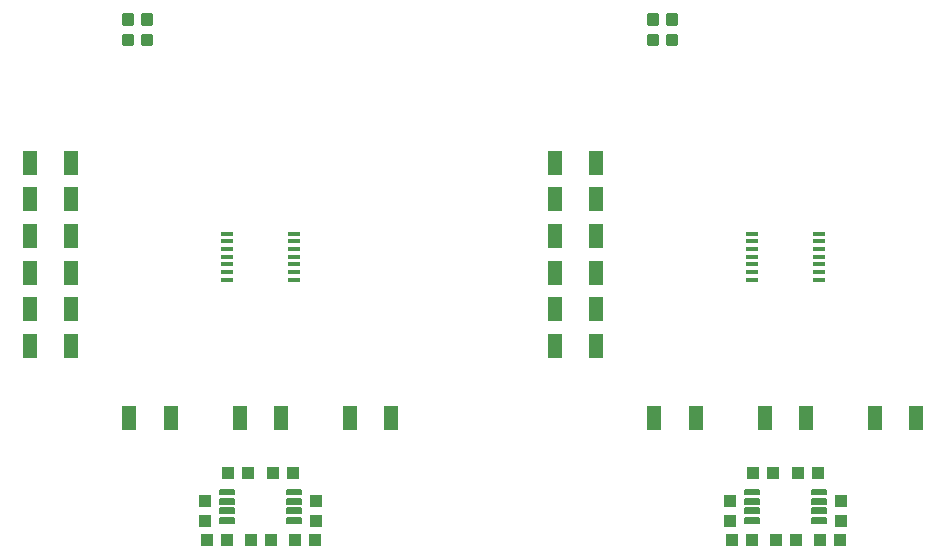
<source format=gbr>
G04 EAGLE Gerber RS-274X export*
G75*
%MOMM*%
%FSLAX34Y34*%
%LPD*%
%INSolderpaste Bottom*%
%IPPOS*%
%AMOC8*
5,1,8,0,0,1.08239X$1,22.5*%
G01*
%ADD10R,1.270000X2.060000*%
%ADD11R,1.000000X0.350000*%
%ADD12C,0.130000*%
%ADD13R,1.100000X1.000000*%
%ADD14R,1.000000X1.100000*%
%ADD15C,0.300000*%


D10*
X104688Y157163D03*
X139788Y157163D03*
D11*
X187650Y274188D03*
X187650Y280688D03*
X187650Y287188D03*
X187650Y293688D03*
X187650Y300188D03*
X187650Y306688D03*
X187650Y313188D03*
X244150Y313188D03*
X244150Y306688D03*
X244150Y300188D03*
X244150Y293688D03*
X244150Y287188D03*
X244150Y280688D03*
X244150Y274188D03*
D12*
X193300Y68600D02*
X181500Y68600D01*
X181500Y72500D01*
X193300Y72500D01*
X193300Y68600D01*
X193300Y69835D02*
X181500Y69835D01*
X181500Y71070D02*
X193300Y71070D01*
X193300Y72305D02*
X181500Y72305D01*
X181500Y76600D02*
X193300Y76600D01*
X181500Y76600D02*
X181500Y80500D01*
X193300Y80500D01*
X193300Y76600D01*
X193300Y77835D02*
X181500Y77835D01*
X181500Y79070D02*
X193300Y79070D01*
X193300Y80305D02*
X181500Y80305D01*
X181500Y84600D02*
X193300Y84600D01*
X181500Y84600D02*
X181500Y88500D01*
X193300Y88500D01*
X193300Y84600D01*
X193300Y85835D02*
X181500Y85835D01*
X181500Y87070D02*
X193300Y87070D01*
X193300Y88305D02*
X181500Y88305D01*
X181500Y92600D02*
X193300Y92600D01*
X181500Y92600D02*
X181500Y96500D01*
X193300Y96500D01*
X193300Y92600D01*
X193300Y93835D02*
X181500Y93835D01*
X181500Y95070D02*
X193300Y95070D01*
X193300Y96305D02*
X181500Y96305D01*
X238500Y92600D02*
X250300Y92600D01*
X238500Y92600D02*
X238500Y96500D01*
X250300Y96500D01*
X250300Y92600D01*
X250300Y93835D02*
X238500Y93835D01*
X238500Y95070D02*
X250300Y95070D01*
X250300Y96305D02*
X238500Y96305D01*
X238500Y84600D02*
X250300Y84600D01*
X238500Y84600D02*
X238500Y88500D01*
X250300Y88500D01*
X250300Y84600D01*
X250300Y85835D02*
X238500Y85835D01*
X238500Y87070D02*
X250300Y87070D01*
X250300Y88305D02*
X238500Y88305D01*
X238500Y76600D02*
X250300Y76600D01*
X238500Y76600D02*
X238500Y80500D01*
X250300Y80500D01*
X250300Y76600D01*
X250300Y77835D02*
X238500Y77835D01*
X238500Y79070D02*
X250300Y79070D01*
X250300Y80305D02*
X238500Y80305D01*
X238500Y68600D02*
X250300Y68600D01*
X238500Y68600D02*
X238500Y72500D01*
X250300Y72500D01*
X250300Y68600D01*
X250300Y69835D02*
X238500Y69835D01*
X238500Y71070D02*
X250300Y71070D01*
X250300Y72305D02*
X238500Y72305D01*
D13*
X226450Y110331D03*
X243450Y110331D03*
D14*
X262731Y70081D03*
X262731Y87081D03*
D13*
X188350Y110331D03*
X205350Y110331D03*
X187094Y53975D03*
X170094Y53975D03*
D14*
X169069Y70081D03*
X169069Y87081D03*
D13*
X224400Y53975D03*
X207400Y53975D03*
X261706Y53975D03*
X244706Y53975D03*
D15*
X122850Y498062D02*
X115850Y498062D01*
X122850Y498062D02*
X122850Y491062D01*
X115850Y491062D01*
X115850Y498062D01*
X115850Y493912D02*
X122850Y493912D01*
X122850Y496762D02*
X115850Y496762D01*
X115850Y480522D02*
X122850Y480522D01*
X122850Y473522D01*
X115850Y473522D01*
X115850Y480522D01*
X115850Y476372D02*
X122850Y476372D01*
X122850Y479222D02*
X115850Y479222D01*
X106975Y498062D02*
X99975Y498062D01*
X106975Y498062D02*
X106975Y491062D01*
X99975Y491062D01*
X99975Y498062D01*
X99975Y493912D02*
X106975Y493912D01*
X106975Y496762D02*
X99975Y496762D01*
X99975Y480522D02*
X106975Y480522D01*
X106975Y473522D01*
X99975Y473522D01*
X99975Y480522D01*
X99975Y476372D02*
X106975Y476372D01*
X106975Y479222D02*
X99975Y479222D01*
D10*
X198350Y157163D03*
X233450Y157163D03*
X291219Y157163D03*
X326319Y157163D03*
X55650Y342106D03*
X20550Y342106D03*
X55650Y311150D03*
X20550Y311150D03*
X55650Y280194D03*
X20550Y280194D03*
X55650Y249238D03*
X20550Y249238D03*
X55650Y218281D03*
X20550Y218281D03*
X55650Y373063D03*
X20550Y373063D03*
X549188Y157163D03*
X584288Y157163D03*
D11*
X632150Y274188D03*
X632150Y280688D03*
X632150Y287188D03*
X632150Y293688D03*
X632150Y300188D03*
X632150Y306688D03*
X632150Y313188D03*
X688650Y313188D03*
X688650Y306688D03*
X688650Y300188D03*
X688650Y293688D03*
X688650Y287188D03*
X688650Y280688D03*
X688650Y274188D03*
D12*
X637800Y68600D02*
X626000Y68600D01*
X626000Y72500D01*
X637800Y72500D01*
X637800Y68600D01*
X637800Y69835D02*
X626000Y69835D01*
X626000Y71070D02*
X637800Y71070D01*
X637800Y72305D02*
X626000Y72305D01*
X626000Y76600D02*
X637800Y76600D01*
X626000Y76600D02*
X626000Y80500D01*
X637800Y80500D01*
X637800Y76600D01*
X637800Y77835D02*
X626000Y77835D01*
X626000Y79070D02*
X637800Y79070D01*
X637800Y80305D02*
X626000Y80305D01*
X626000Y84600D02*
X637800Y84600D01*
X626000Y84600D02*
X626000Y88500D01*
X637800Y88500D01*
X637800Y84600D01*
X637800Y85835D02*
X626000Y85835D01*
X626000Y87070D02*
X637800Y87070D01*
X637800Y88305D02*
X626000Y88305D01*
X626000Y92600D02*
X637800Y92600D01*
X626000Y92600D02*
X626000Y96500D01*
X637800Y96500D01*
X637800Y92600D01*
X637800Y93835D02*
X626000Y93835D01*
X626000Y95070D02*
X637800Y95070D01*
X637800Y96305D02*
X626000Y96305D01*
X683000Y92600D02*
X694800Y92600D01*
X683000Y92600D02*
X683000Y96500D01*
X694800Y96500D01*
X694800Y92600D01*
X694800Y93835D02*
X683000Y93835D01*
X683000Y95070D02*
X694800Y95070D01*
X694800Y96305D02*
X683000Y96305D01*
X683000Y84600D02*
X694800Y84600D01*
X683000Y84600D02*
X683000Y88500D01*
X694800Y88500D01*
X694800Y84600D01*
X694800Y85835D02*
X683000Y85835D01*
X683000Y87070D02*
X694800Y87070D01*
X694800Y88305D02*
X683000Y88305D01*
X683000Y76600D02*
X694800Y76600D01*
X683000Y76600D02*
X683000Y80500D01*
X694800Y80500D01*
X694800Y76600D01*
X694800Y77835D02*
X683000Y77835D01*
X683000Y79070D02*
X694800Y79070D01*
X694800Y80305D02*
X683000Y80305D01*
X683000Y68600D02*
X694800Y68600D01*
X683000Y68600D02*
X683000Y72500D01*
X694800Y72500D01*
X694800Y68600D01*
X694800Y69835D02*
X683000Y69835D01*
X683000Y71070D02*
X694800Y71070D01*
X694800Y72305D02*
X683000Y72305D01*
D13*
X670950Y110331D03*
X687950Y110331D03*
D14*
X707231Y70081D03*
X707231Y87081D03*
D13*
X632850Y110331D03*
X649850Y110331D03*
X631594Y53975D03*
X614594Y53975D03*
D14*
X613569Y70081D03*
X613569Y87081D03*
D13*
X668900Y53975D03*
X651900Y53975D03*
X706206Y53975D03*
X689206Y53975D03*
D15*
X567350Y498062D02*
X560350Y498062D01*
X567350Y498062D02*
X567350Y491062D01*
X560350Y491062D01*
X560350Y498062D01*
X560350Y493912D02*
X567350Y493912D01*
X567350Y496762D02*
X560350Y496762D01*
X560350Y480522D02*
X567350Y480522D01*
X567350Y473522D01*
X560350Y473522D01*
X560350Y480522D01*
X560350Y476372D02*
X567350Y476372D01*
X567350Y479222D02*
X560350Y479222D01*
X551475Y498062D02*
X544475Y498062D01*
X551475Y498062D02*
X551475Y491062D01*
X544475Y491062D01*
X544475Y498062D01*
X544475Y493912D02*
X551475Y493912D01*
X551475Y496762D02*
X544475Y496762D01*
X544475Y480522D02*
X551475Y480522D01*
X551475Y473522D01*
X544475Y473522D01*
X544475Y480522D01*
X544475Y476372D02*
X551475Y476372D01*
X551475Y479222D02*
X544475Y479222D01*
D10*
X642850Y157163D03*
X677950Y157163D03*
X735719Y157163D03*
X770819Y157163D03*
X500150Y342106D03*
X465050Y342106D03*
X500150Y311150D03*
X465050Y311150D03*
X500150Y280194D03*
X465050Y280194D03*
X500150Y249238D03*
X465050Y249238D03*
X500150Y218281D03*
X465050Y218281D03*
X500150Y373063D03*
X465050Y373063D03*
M02*

</source>
